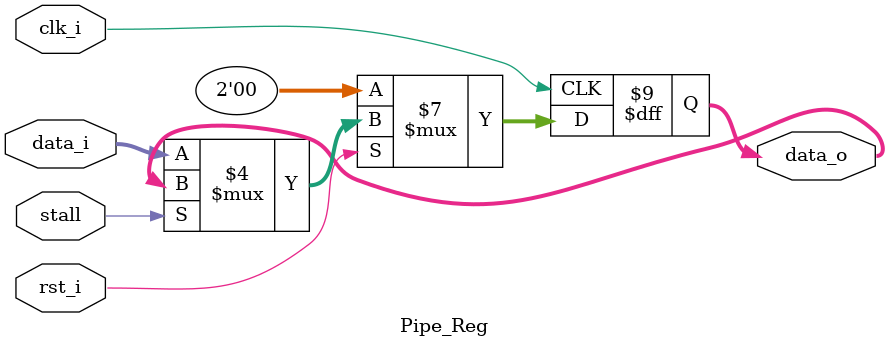
<source format=v>
`timescale 1ns / 1ps
module Pipe_Reg(
    clk_i,
    rst_i,
    data_i,
    data_o,
    stall
    );
					
parameter size = 0;

input   clk_i;		  
input   rst_i;
input   stall;
input   [size-1:0] data_i;
output reg  [size-1:0] data_o;
	  
always@(posedge clk_i) begin
    if(~rst_i)
        data_o <= 0;
    else if(~stall)
        data_o <= data_i;
end

endmodule	
</source>
